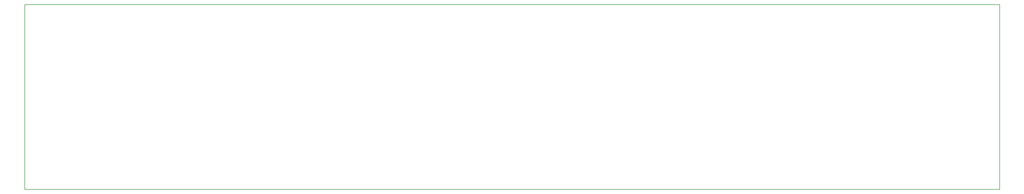
<source format=gm1>
G04 #@! TF.GenerationSoftware,KiCad,Pcbnew,8.0.3*
G04 #@! TF.CreationDate,2024-06-20T18:31:00+01:00*
G04 #@! TF.ProjectId,BClock,42436c6f-636b-42e6-9b69-6361645f7063,rev?*
G04 #@! TF.SameCoordinates,Original*
G04 #@! TF.FileFunction,Profile,NP*
%FSLAX46Y46*%
G04 Gerber Fmt 4.6, Leading zero omitted, Abs format (unit mm)*
G04 Created by KiCad (PCBNEW 8.0.3) date 2024-06-20 18:31:00*
%MOMM*%
%LPD*%
G01*
G04 APERTURE LIST*
G04 #@! TA.AperFunction,Profile*
%ADD10C,0.050000*%
G04 #@! TD*
G04 APERTURE END LIST*
D10*
X68580000Y-74246500D02*
X236728000Y-74246500D01*
X236728000Y-106250500D01*
X68580000Y-106250500D01*
X68580000Y-74246500D01*
M02*

</source>
